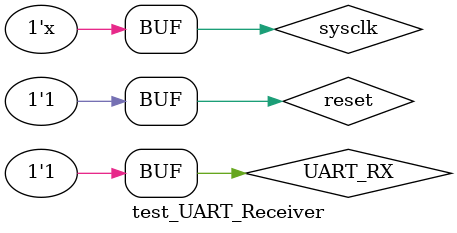
<source format=v>
`timescale 1ns / 1ps


module test_UART_Receiver;

	// Inputs
	reg UART_RX;
	reg sysclk;
	wire brclk;
	reg reset;
	
	UART_Baud_Rate_Generator UBRG(sysclk, reset, brclk);

	// Outputs
	wire RX_STATUS;
	wire [7:0] RX_DATA;

	// Instantiate the Unit Under Test (UUT)
	UART_Receiver uut (
		.UART_RX(UART_RX), 
		.sysclk(sysclk), 
		.brclk(brclk), 
		.reset(reset), 
		.RX_STATUS(RX_STATUS), 
		.RX_DATA(RX_DATA)
	);

initial begin
		// Initialize Inputs
		UART_RX = 1;
		sysclk = 0;
		reset = 0;

		// Wait 100 ns for global reset to finish
		#10;
		reset = 1;
		
		UART_RX = 0;
		#104166 UART_RX = 1;
		#104166 UART_RX = 1;
		#104166 UART_RX = 1;
		#104166 UART_RX = 1;
		#104166 UART_RX = 1;
		#104166 UART_RX = 1;
		#104166 UART_RX = 1;
		#104166 UART_RX = 0;
		#104166 UART_RX = 1;
		
		#104166 UART_RX = 0;
		#104166 UART_RX = 1;
		#104166 UART_RX = 0;
		#104166 UART_RX = 0;
		#104166 UART_RX = 0;
		#104166 UART_RX = 0;
		#104166 UART_RX = 0;
		#104166 UART_RX = 0;
		#104166 UART_RX = 0;
		#104166 UART_RX = 1;
		
		#104166 UART_RX = 0;
		#104166 UART_RX = 0;
		#104166 UART_RX = 1;
		#104166 UART_RX = 0;
		#104166 UART_RX = 0;
		#104166 UART_RX = 0;
		#104166 UART_RX = 0;
		#104166 UART_RX = 0;
		#104166 UART_RX = 0;
		#104166 UART_RX = 1;
		
		#104166 UART_RX = 0;
		#104166 UART_RX = 1;
		#104166 UART_RX = 1;
		#104166 UART_RX = 0;
		#104166 UART_RX = 0;
		#104166 UART_RX = 0;
		#104166 UART_RX = 0;
		#104166 UART_RX = 0;
		#104166 UART_RX = 0;
		#104166 UART_RX = 1;
	end
	
	always #5 sysclk = ~sysclk;
      
endmodule

</source>
